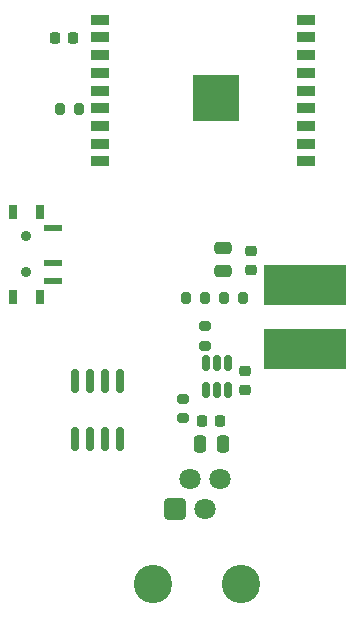
<source format=gbr>
%TF.GenerationSoftware,KiCad,Pcbnew,7.0.9*%
%TF.CreationDate,2023-12-13T00:56:51-08:00*%
%TF.ProjectId,Vi-Fi,56692d46-692e-46b6-9963-61645f706362,rev?*%
%TF.SameCoordinates,Original*%
%TF.FileFunction,Soldermask,Top*%
%TF.FilePolarity,Negative*%
%FSLAX46Y46*%
G04 Gerber Fmt 4.6, Leading zero omitted, Abs format (unit mm)*
G04 Created by KiCad (PCBNEW 7.0.9) date 2023-12-13 00:56:51*
%MOMM*%
%LPD*%
G01*
G04 APERTURE LIST*
G04 Aperture macros list*
%AMRoundRect*
0 Rectangle with rounded corners*
0 $1 Rounding radius*
0 $2 $3 $4 $5 $6 $7 $8 $9 X,Y pos of 4 corners*
0 Add a 4 corners polygon primitive as box body*
4,1,4,$2,$3,$4,$5,$6,$7,$8,$9,$2,$3,0*
0 Add four circle primitives for the rounded corners*
1,1,$1+$1,$2,$3*
1,1,$1+$1,$4,$5*
1,1,$1+$1,$6,$7*
1,1,$1+$1,$8,$9*
0 Add four rect primitives between the rounded corners*
20,1,$1+$1,$2,$3,$4,$5,0*
20,1,$1+$1,$4,$5,$6,$7,0*
20,1,$1+$1,$6,$7,$8,$9,0*
20,1,$1+$1,$8,$9,$2,$3,0*%
G04 Aperture macros list end*
%ADD10RoundRect,0.225000X0.250000X-0.225000X0.250000X0.225000X-0.250000X0.225000X-0.250000X-0.225000X0*%
%ADD11RoundRect,0.225000X0.225000X0.250000X-0.225000X0.250000X-0.225000X-0.250000X0.225000X-0.250000X0*%
%ADD12C,0.900000*%
%ADD13R,1.524000X0.600000*%
%ADD14R,0.700000X1.200000*%
%ADD15R,1.500000X0.900000*%
%ADD16R,4.000000X4.000000*%
%ADD17RoundRect,0.200000X0.275000X-0.200000X0.275000X0.200000X-0.275000X0.200000X-0.275000X-0.200000X0*%
%ADD18R,7.000000X3.500000*%
%ADD19C,3.250000*%
%ADD20RoundRect,0.250000X-0.650000X-0.650000X0.650000X-0.650000X0.650000X0.650000X-0.650000X0.650000X0*%
%ADD21C,1.800000*%
%ADD22RoundRect,0.150000X0.150000X-0.512500X0.150000X0.512500X-0.150000X0.512500X-0.150000X-0.512500X0*%
%ADD23RoundRect,0.200000X-0.200000X-0.275000X0.200000X-0.275000X0.200000X0.275000X-0.200000X0.275000X0*%
%ADD24RoundRect,0.200000X0.200000X0.275000X-0.200000X0.275000X-0.200000X-0.275000X0.200000X-0.275000X0*%
%ADD25RoundRect,0.150000X-0.150000X0.825000X-0.150000X-0.825000X0.150000X-0.825000X0.150000X0.825000X0*%
%ADD26RoundRect,0.250000X-0.475000X0.250000X-0.475000X-0.250000X0.475000X-0.250000X0.475000X0.250000X0*%
%ADD27RoundRect,0.225000X-0.225000X-0.250000X0.225000X-0.250000X0.225000X0.250000X-0.225000X0.250000X0*%
%ADD28RoundRect,0.250000X-0.250000X-0.475000X0.250000X-0.475000X0.250000X0.475000X-0.250000X0.475000X0*%
G04 APERTURE END LIST*
D10*
%TO.C,C4*%
X63715000Y-77775000D03*
X63715000Y-76225000D03*
%TD*%
D11*
%TO.C,C3*%
X49162000Y-48006000D03*
X47612000Y-48006000D03*
%TD*%
D12*
%TO.C,SW2*%
X45170000Y-64794000D03*
X45170000Y-67794000D03*
D13*
X47420000Y-64044000D03*
X47420000Y-67044000D03*
X47420000Y-68544000D03*
D14*
X46320000Y-62694000D03*
X44020000Y-62694000D03*
X46320000Y-69894000D03*
X44020000Y-69894000D03*
%TD*%
D15*
%TO.C,U1*%
X51383000Y-46451000D03*
X51383000Y-47951000D03*
X51383000Y-49451000D03*
X51383000Y-50951000D03*
X51383000Y-52451000D03*
X51383000Y-53951000D03*
X51383000Y-55451000D03*
X51383000Y-56951000D03*
X51383000Y-58451000D03*
X68883000Y-58451000D03*
X68883000Y-56951000D03*
X68883000Y-55451000D03*
X68883000Y-53951000D03*
X68883000Y-52451000D03*
X68883000Y-50951000D03*
X68883000Y-49451000D03*
X68883000Y-47951000D03*
X68883000Y-46451000D03*
D16*
X61233000Y-53061000D03*
%TD*%
D17*
%TO.C,R5*%
X58415000Y-80175000D03*
X58415000Y-78525000D03*
%TD*%
D10*
%TO.C,C2*%
X64215000Y-67625000D03*
X64215000Y-66075000D03*
%TD*%
D18*
%TO.C,L1*%
X68815000Y-68950000D03*
X68815000Y-74350000D03*
%TD*%
D19*
%TO.C,J1*%
X55875000Y-94234000D03*
X63375000Y-94234000D03*
D20*
X57785000Y-87884000D03*
D21*
X59055000Y-85344000D03*
X60325000Y-87884000D03*
X61595000Y-85344000D03*
%TD*%
D22*
%TO.C,U3*%
X60365000Y-77787500D03*
X61315000Y-77787500D03*
X62265000Y-77787500D03*
X62265000Y-75512500D03*
X61315000Y-75512500D03*
X60365000Y-75512500D03*
%TD*%
D23*
%TO.C,R9*%
X49655000Y-53975000D03*
X48005000Y-53975000D03*
%TD*%
D24*
%TO.C,R2*%
X60315000Y-70050000D03*
X58665000Y-70050000D03*
%TD*%
D17*
%TO.C,R7*%
X60315000Y-72425000D03*
X60315000Y-74075000D03*
%TD*%
D25*
%TO.C,U2*%
X53148000Y-81977000D03*
X51878000Y-81977000D03*
X50608000Y-81977000D03*
X49338000Y-81977000D03*
X49338000Y-77027000D03*
X50608000Y-77027000D03*
X51878000Y-77027000D03*
X53148000Y-77027000D03*
%TD*%
D26*
%TO.C,C2A1*%
X61815000Y-65800000D03*
X61815000Y-67700000D03*
%TD*%
D24*
%TO.C,R1*%
X63540000Y-70050000D03*
X61890000Y-70050000D03*
%TD*%
D27*
%TO.C,C1A1*%
X61590000Y-80400000D03*
X60040000Y-80400000D03*
%TD*%
D28*
%TO.C,C1*%
X61815000Y-82400000D03*
X59915000Y-82400000D03*
%TD*%
M02*

</source>
